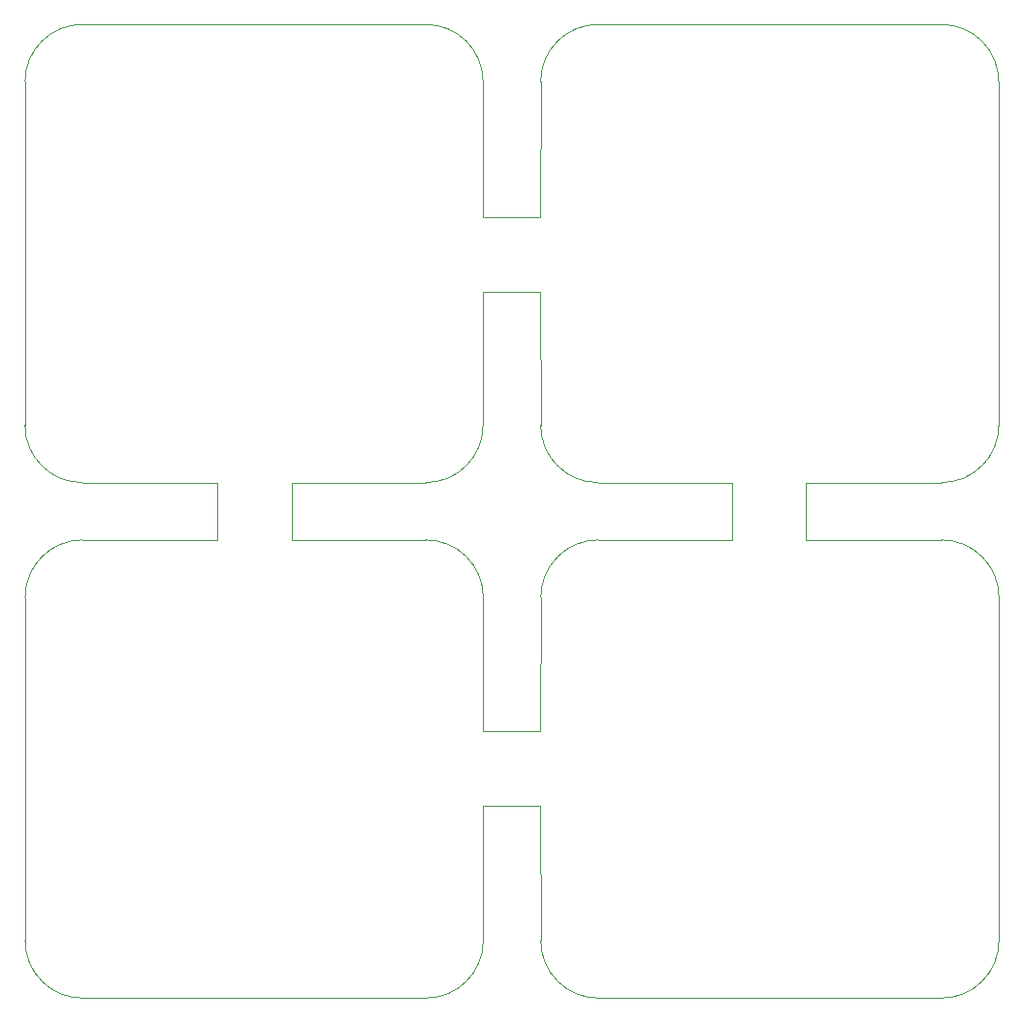
<source format=gbr>
%TF.GenerationSoftware,KiCad,Pcbnew,7.0.1*%
%TF.CreationDate,2023-09-10T14:18:25+09:00*%
%TF.ProjectId,block_socket,626c6f63-6b5f-4736-9f63-6b65742e6b69,rev?*%
%TF.SameCoordinates,Original*%
%TF.FileFunction,Profile,NP*%
%FSLAX46Y46*%
G04 Gerber Fmt 4.6, Leading zero omitted, Abs format (unit mm)*
G04 Created by KiCad (PCBNEW 7.0.1) date 2023-09-10 14:18:25*
%MOMM*%
%LPD*%
G01*
G04 APERTURE LIST*
%TA.AperFunction,Profile*%
%ADD10C,0.100000*%
%TD*%
G04 APERTURE END LIST*
D10*
X109730000Y-52630000D02*
X109744466Y-40815534D01*
X104730000Y-52630000D02*
X109730000Y-52630000D01*
X144744466Y-35815534D02*
X114744466Y-35815534D01*
X144758932Y-120830032D02*
G75*
G03*
X149758932Y-115830000I-32J5000032D01*
G01*
X149758900Y-85830000D02*
G75*
G03*
X144758932Y-80830000I-5000000J0D01*
G01*
X99715534Y-35815534D02*
X69715534Y-35815534D01*
X69715534Y-75815534D02*
X81530000Y-75815534D01*
X132930000Y-80830000D02*
X132930000Y-75830000D01*
X104715534Y-40815534D02*
X104730000Y-52630000D01*
X69715534Y-35815534D02*
G75*
G03*
X64715534Y-40815534I-4J-4999996D01*
G01*
X132930000Y-75830000D02*
X144744466Y-75815534D01*
X104730000Y-85830000D02*
G75*
G03*
X99730000Y-80830000I-5000000J0D01*
G01*
X109758900Y-115830000D02*
G75*
G03*
X114758932Y-120830000I5000000J0D01*
G01*
X109730000Y-97530000D02*
X109758932Y-85830000D01*
X149758932Y-115830000D02*
X149758932Y-85830000D01*
X104715466Y-40815534D02*
G75*
G03*
X99715534Y-35815534I-4999966J34D01*
G01*
X114744466Y-35815526D02*
G75*
G03*
X109744466Y-40815534I4J-5000004D01*
G01*
X64730000Y-115830000D02*
G75*
G03*
X69730000Y-120830000I5000000J0D01*
G01*
X104730000Y-115830000D02*
X104730000Y-104030000D01*
X114758932Y-120830000D02*
X144758932Y-120830000D01*
X88030000Y-80830000D02*
X99730000Y-80830000D01*
X149744466Y-40815534D02*
G75*
G03*
X144744466Y-35815534I-4999966J34D01*
G01*
X144758932Y-80830000D02*
X132930000Y-80830000D01*
X109744466Y-70815534D02*
G75*
G03*
X114744466Y-75815534I5000034J34D01*
G01*
X104715534Y-70815534D02*
X104730000Y-59130000D01*
X126430000Y-75830000D02*
X114744466Y-75815534D01*
X99730000Y-120830000D02*
G75*
G03*
X104730000Y-115830000I0J5000000D01*
G01*
X69730000Y-120830000D02*
X99730000Y-120830000D01*
X104730000Y-85830000D02*
X104730000Y-97530000D01*
X104730000Y-104030000D02*
X109730000Y-104030000D01*
X81530000Y-75815534D02*
X81530000Y-80830000D01*
X64715534Y-40815534D02*
X64715534Y-70815534D01*
X99715534Y-75815534D02*
G75*
G03*
X104715534Y-70815534I-4J5000004D01*
G01*
X109730000Y-59130000D02*
X109744466Y-70815534D01*
X126430000Y-80830000D02*
X126430000Y-75830000D01*
X99715534Y-75815534D02*
X88030000Y-75830000D01*
X114758932Y-80830032D02*
G75*
G03*
X109758932Y-85830000I-32J-4999968D01*
G01*
X69730000Y-80830000D02*
G75*
G03*
X64730000Y-85830000I0J-5000000D01*
G01*
X114758932Y-80830000D02*
X126430000Y-80830000D01*
X149744466Y-70815534D02*
X149744466Y-40815534D01*
X64715466Y-70815534D02*
G75*
G03*
X69715534Y-75815534I5000034J34D01*
G01*
X109730000Y-104030000D02*
X109758932Y-115830000D01*
X88030000Y-75830000D02*
X88030000Y-80830000D01*
X81530000Y-80830000D02*
X69730000Y-80830000D01*
X144744466Y-75815466D02*
G75*
G03*
X149744466Y-70815534I34J4999966D01*
G01*
X104730000Y-97530000D02*
X109730000Y-97530000D01*
X104730000Y-59130000D02*
X109730000Y-59130000D01*
X64730000Y-85830000D02*
X64730000Y-115830000D01*
M02*

</source>
